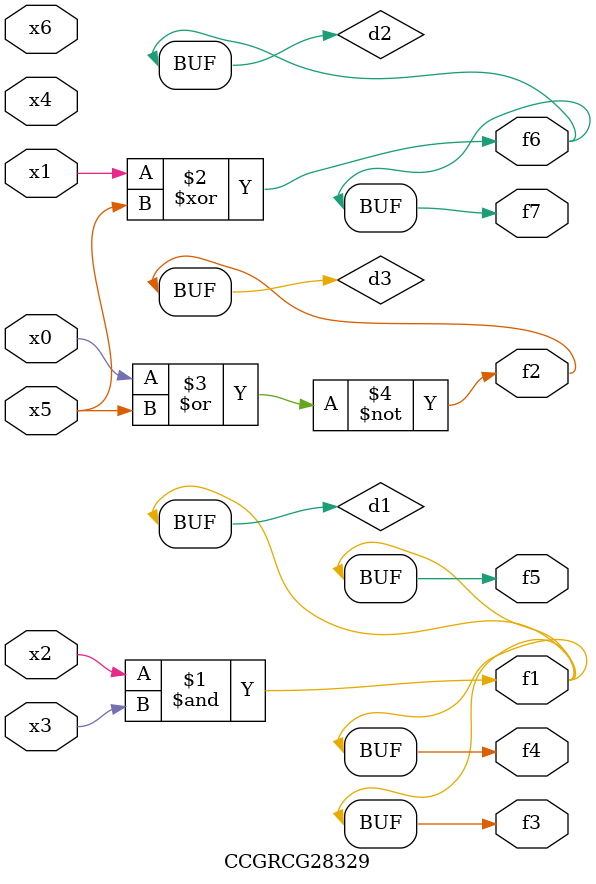
<source format=v>
module CCGRCG28329(
	input x0, x1, x2, x3, x4, x5, x6,
	output f1, f2, f3, f4, f5, f6, f7
);

	wire d1, d2, d3;

	and (d1, x2, x3);
	xor (d2, x1, x5);
	nor (d3, x0, x5);
	assign f1 = d1;
	assign f2 = d3;
	assign f3 = d1;
	assign f4 = d1;
	assign f5 = d1;
	assign f6 = d2;
	assign f7 = d2;
endmodule

</source>
